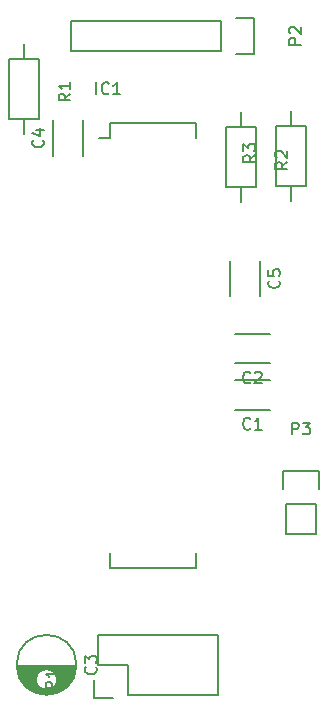
<source format=gbr>
G04 #@! TF.FileFunction,Legend,Top*
%FSLAX46Y46*%
G04 Gerber Fmt 4.6, Leading zero omitted, Abs format (unit mm)*
G04 Created by KiCad (PCBNEW 4.0.1-3.201512221401+6198~38~ubuntu15.10.1-stable) date dom 03 ene 2016 17:04:19 ART*
%MOMM*%
G01*
G04 APERTURE LIST*
%ADD10C,0.100000*%
%ADD11C,0.150000*%
G04 APERTURE END LIST*
D10*
D11*
X161018600Y-103038800D02*
X161018600Y-104308800D01*
X168368600Y-103038800D02*
X168368600Y-104308800D01*
X168368600Y-140648800D02*
X168368600Y-139378800D01*
X161018600Y-140648800D02*
X161018600Y-139378800D01*
X161018600Y-103038800D02*
X168368600Y-103038800D01*
X161018600Y-140648800D02*
X168368600Y-140648800D01*
X161018600Y-104308800D02*
X160083600Y-104308800D01*
X174595600Y-127259400D02*
X171595600Y-127259400D01*
X171595600Y-124759400D02*
X174595600Y-124759400D01*
X174595600Y-123347800D02*
X171595600Y-123347800D01*
X171595600Y-120847800D02*
X174595600Y-120847800D01*
X158175600Y-148949800D02*
X153177600Y-148949800D01*
X158167600Y-149089800D02*
X153185600Y-149089800D01*
X158151600Y-149229800D02*
X155771600Y-149229800D01*
X155581600Y-149229800D02*
X153201600Y-149229800D01*
X158127600Y-149369800D02*
X156166600Y-149369800D01*
X155186600Y-149369800D02*
X153225600Y-149369800D01*
X158094600Y-149509800D02*
X156333600Y-149509800D01*
X155019600Y-149509800D02*
X153258600Y-149509800D01*
X158053600Y-149649800D02*
X156440600Y-149649800D01*
X154912600Y-149649800D02*
X153299600Y-149649800D01*
X158003600Y-149789800D02*
X156511600Y-149789800D01*
X154841600Y-149789800D02*
X153349600Y-149789800D01*
X157942600Y-149929800D02*
X156555600Y-149929800D01*
X154797600Y-149929800D02*
X153410600Y-149929800D01*
X157872600Y-150069800D02*
X156574600Y-150069800D01*
X154778600Y-150069800D02*
X153480600Y-150069800D01*
X157790600Y-150209800D02*
X156572600Y-150209800D01*
X154780600Y-150209800D02*
X153562600Y-150209800D01*
X157695600Y-150349800D02*
X156547600Y-150349800D01*
X154805600Y-150349800D02*
X153657600Y-150349800D01*
X157584600Y-150489800D02*
X156499600Y-150489800D01*
X154853600Y-150489800D02*
X153768600Y-150489800D01*
X157456600Y-150629800D02*
X156421600Y-150629800D01*
X154931600Y-150629800D02*
X153896600Y-150629800D01*
X157307600Y-150769800D02*
X156304600Y-150769800D01*
X155048600Y-150769800D02*
X154045600Y-150769800D01*
X157128600Y-150909800D02*
X156116600Y-150909800D01*
X155236600Y-150909800D02*
X154224600Y-150909800D01*
X156909600Y-151049800D02*
X154443600Y-151049800D01*
X156620600Y-151189800D02*
X154732600Y-151189800D01*
X156148600Y-151329800D02*
X155204600Y-151329800D01*
X156576600Y-150124800D02*
G75*
G03X156576600Y-150124800I-900000J0D01*
G01*
X158214100Y-148874800D02*
G75*
G03X158214100Y-148874800I-2537500J0D01*
G01*
X156255400Y-105787000D02*
X156255400Y-102787000D01*
X158755400Y-102787000D02*
X158755400Y-105787000D01*
X173741400Y-114685000D02*
X173741400Y-117685000D01*
X171241400Y-117685000D02*
X171241400Y-114685000D01*
X162534600Y-151409400D02*
X170154600Y-151409400D01*
X170154600Y-151409400D02*
X170154600Y-146329400D01*
X170154600Y-146329400D02*
X159994600Y-146329400D01*
X159994600Y-146329400D02*
X159994600Y-148869400D01*
X159714600Y-150139400D02*
X159714600Y-151689400D01*
X159994600Y-148869400D02*
X162534600Y-148869400D01*
X162534600Y-148869400D02*
X162534600Y-151409400D01*
X159714600Y-151689400D02*
X161264600Y-151689400D01*
X170408600Y-96901000D02*
X157708600Y-96901000D01*
X157708600Y-96901000D02*
X157708600Y-94361000D01*
X157708600Y-94361000D02*
X170408600Y-94361000D01*
X173228600Y-97181000D02*
X171678600Y-97181000D01*
X170408600Y-96901000D02*
X170408600Y-94361000D01*
X171678600Y-94081000D02*
X173228600Y-94081000D01*
X173228600Y-94081000D02*
X173228600Y-97181000D01*
X178485800Y-135280400D02*
X178485800Y-137820400D01*
X178765800Y-132460400D02*
X178765800Y-134010400D01*
X178485800Y-135280400D02*
X175945800Y-135280400D01*
X175665800Y-134010400D02*
X175665800Y-132460400D01*
X175665800Y-132460400D02*
X178765800Y-132460400D01*
X175945800Y-135280400D02*
X175945800Y-137820400D01*
X175945800Y-137820400D02*
X178485800Y-137820400D01*
X155016200Y-97561400D02*
X155016200Y-102641400D01*
X155016200Y-102641400D02*
X152476200Y-102641400D01*
X152476200Y-102641400D02*
X152476200Y-97561400D01*
X152476200Y-97561400D02*
X155016200Y-97561400D01*
X153746200Y-97561400D02*
X153746200Y-96291400D01*
X153746200Y-102641400D02*
X153746200Y-103911400D01*
X173380400Y-103352600D02*
X173380400Y-108432600D01*
X173380400Y-108432600D02*
X170840400Y-108432600D01*
X170840400Y-108432600D02*
X170840400Y-103352600D01*
X170840400Y-103352600D02*
X173380400Y-103352600D01*
X172110400Y-103352600D02*
X172110400Y-102082600D01*
X172110400Y-108432600D02*
X172110400Y-109702600D01*
X175133000Y-108331000D02*
X175133000Y-103251000D01*
X175133000Y-103251000D02*
X177673000Y-103251000D01*
X177673000Y-103251000D02*
X177673000Y-108331000D01*
X177673000Y-108331000D02*
X175133000Y-108331000D01*
X176403000Y-108331000D02*
X176403000Y-109601000D01*
X176403000Y-103251000D02*
X176403000Y-101981000D01*
X159907410Y-100566181D02*
X159907410Y-99566181D01*
X160955029Y-100470943D02*
X160907410Y-100518562D01*
X160764553Y-100566181D01*
X160669315Y-100566181D01*
X160526457Y-100518562D01*
X160431219Y-100423324D01*
X160383600Y-100328086D01*
X160335981Y-100137610D01*
X160335981Y-99994752D01*
X160383600Y-99804276D01*
X160431219Y-99709038D01*
X160526457Y-99613800D01*
X160669315Y-99566181D01*
X160764553Y-99566181D01*
X160907410Y-99613800D01*
X160955029Y-99661419D01*
X161907410Y-100566181D02*
X161335981Y-100566181D01*
X161621695Y-100566181D02*
X161621695Y-99566181D01*
X161526457Y-99709038D01*
X161431219Y-99804276D01*
X161335981Y-99851895D01*
X172928934Y-128866543D02*
X172881315Y-128914162D01*
X172738458Y-128961781D01*
X172643220Y-128961781D01*
X172500362Y-128914162D01*
X172405124Y-128818924D01*
X172357505Y-128723686D01*
X172309886Y-128533210D01*
X172309886Y-128390352D01*
X172357505Y-128199876D01*
X172405124Y-128104638D01*
X172500362Y-128009400D01*
X172643220Y-127961781D01*
X172738458Y-127961781D01*
X172881315Y-128009400D01*
X172928934Y-128057019D01*
X173881315Y-128961781D02*
X173309886Y-128961781D01*
X173595600Y-128961781D02*
X173595600Y-127961781D01*
X173500362Y-128104638D01*
X173405124Y-128199876D01*
X173309886Y-128247495D01*
X172928934Y-124954943D02*
X172881315Y-125002562D01*
X172738458Y-125050181D01*
X172643220Y-125050181D01*
X172500362Y-125002562D01*
X172405124Y-124907324D01*
X172357505Y-124812086D01*
X172309886Y-124621610D01*
X172309886Y-124478752D01*
X172357505Y-124288276D01*
X172405124Y-124193038D01*
X172500362Y-124097800D01*
X172643220Y-124050181D01*
X172738458Y-124050181D01*
X172881315Y-124097800D01*
X172928934Y-124145419D01*
X173309886Y-124145419D02*
X173357505Y-124097800D01*
X173452743Y-124050181D01*
X173690839Y-124050181D01*
X173786077Y-124097800D01*
X173833696Y-124145419D01*
X173881315Y-124240657D01*
X173881315Y-124335895D01*
X173833696Y-124478752D01*
X173262267Y-125050181D01*
X173881315Y-125050181D01*
X159833743Y-149041466D02*
X159881362Y-149089085D01*
X159928981Y-149231942D01*
X159928981Y-149327180D01*
X159881362Y-149470038D01*
X159786124Y-149565276D01*
X159690886Y-149612895D01*
X159500410Y-149660514D01*
X159357552Y-149660514D01*
X159167076Y-149612895D01*
X159071838Y-149565276D01*
X158976600Y-149470038D01*
X158928981Y-149327180D01*
X158928981Y-149231942D01*
X158976600Y-149089085D01*
X159024219Y-149041466D01*
X158928981Y-148708133D02*
X158928981Y-148089085D01*
X159309933Y-148422419D01*
X159309933Y-148279561D01*
X159357552Y-148184323D01*
X159405171Y-148136704D01*
X159500410Y-148089085D01*
X159738505Y-148089085D01*
X159833743Y-148136704D01*
X159881362Y-148184323D01*
X159928981Y-148279561D01*
X159928981Y-148565276D01*
X159881362Y-148660514D01*
X159833743Y-148708133D01*
X155362543Y-104453666D02*
X155410162Y-104501285D01*
X155457781Y-104644142D01*
X155457781Y-104739380D01*
X155410162Y-104882238D01*
X155314924Y-104977476D01*
X155219686Y-105025095D01*
X155029210Y-105072714D01*
X154886352Y-105072714D01*
X154695876Y-105025095D01*
X154600638Y-104977476D01*
X154505400Y-104882238D01*
X154457781Y-104739380D01*
X154457781Y-104644142D01*
X154505400Y-104501285D01*
X154553019Y-104453666D01*
X154791114Y-103596523D02*
X155457781Y-103596523D01*
X154410162Y-103834619D02*
X155124448Y-104072714D01*
X155124448Y-103453666D01*
X175348543Y-116351666D02*
X175396162Y-116399285D01*
X175443781Y-116542142D01*
X175443781Y-116637380D01*
X175396162Y-116780238D01*
X175300924Y-116875476D01*
X175205686Y-116923095D01*
X175015210Y-116970714D01*
X174872352Y-116970714D01*
X174681876Y-116923095D01*
X174586638Y-116875476D01*
X174491400Y-116780238D01*
X174443781Y-116637380D01*
X174443781Y-116542142D01*
X174491400Y-116399285D01*
X174539019Y-116351666D01*
X174443781Y-115446904D02*
X174443781Y-115923095D01*
X174919971Y-115970714D01*
X174872352Y-115923095D01*
X174824733Y-115827857D01*
X174824733Y-115589761D01*
X174872352Y-115494523D01*
X174919971Y-115446904D01*
X175015210Y-115399285D01*
X175253305Y-115399285D01*
X175348543Y-115446904D01*
X175396162Y-115494523D01*
X175443781Y-115589761D01*
X175443781Y-115827857D01*
X175396162Y-115923095D01*
X175348543Y-115970714D01*
X156616981Y-150877495D02*
X155616981Y-150877495D01*
X155616981Y-150496542D01*
X155664600Y-150401304D01*
X155712219Y-150353685D01*
X155807457Y-150306066D01*
X155950314Y-150306066D01*
X156045552Y-150353685D01*
X156093171Y-150401304D01*
X156140790Y-150496542D01*
X156140790Y-150877495D01*
X156616981Y-149353685D02*
X156616981Y-149925114D01*
X156616981Y-149639400D02*
X155616981Y-149639400D01*
X155759838Y-149734638D01*
X155855076Y-149829876D01*
X155902695Y-149925114D01*
X177230981Y-96369095D02*
X176230981Y-96369095D01*
X176230981Y-95988142D01*
X176278600Y-95892904D01*
X176326219Y-95845285D01*
X176421457Y-95797666D01*
X176564314Y-95797666D01*
X176659552Y-95845285D01*
X176707171Y-95892904D01*
X176754790Y-95988142D01*
X176754790Y-96369095D01*
X176326219Y-95416714D02*
X176278600Y-95369095D01*
X176230981Y-95273857D01*
X176230981Y-95035761D01*
X176278600Y-94940523D01*
X176326219Y-94892904D01*
X176421457Y-94845285D01*
X176516695Y-94845285D01*
X176659552Y-94892904D01*
X177230981Y-95464333D01*
X177230981Y-94845285D01*
X176477705Y-129362781D02*
X176477705Y-128362781D01*
X176858658Y-128362781D01*
X176953896Y-128410400D01*
X177001515Y-128458019D01*
X177049134Y-128553257D01*
X177049134Y-128696114D01*
X177001515Y-128791352D01*
X176953896Y-128838971D01*
X176858658Y-128886590D01*
X176477705Y-128886590D01*
X177382467Y-128362781D02*
X178001515Y-128362781D01*
X177668181Y-128743733D01*
X177811039Y-128743733D01*
X177906277Y-128791352D01*
X177953896Y-128838971D01*
X178001515Y-128934210D01*
X178001515Y-129172305D01*
X177953896Y-129267543D01*
X177906277Y-129315162D01*
X177811039Y-129362781D01*
X177525324Y-129362781D01*
X177430086Y-129315162D01*
X177382467Y-129267543D01*
X157698701Y-100516986D02*
X157222510Y-100850320D01*
X157698701Y-101088415D02*
X156698701Y-101088415D01*
X156698701Y-100707462D01*
X156746320Y-100612224D01*
X156793939Y-100564605D01*
X156889177Y-100516986D01*
X157032034Y-100516986D01*
X157127272Y-100564605D01*
X157174891Y-100612224D01*
X157222510Y-100707462D01*
X157222510Y-101088415D01*
X157698701Y-99564605D02*
X157698701Y-100136034D01*
X157698701Y-99850320D02*
X156698701Y-99850320D01*
X156841558Y-99945558D01*
X156936796Y-100040796D01*
X156984415Y-100136034D01*
X176062901Y-106308186D02*
X175586710Y-106641520D01*
X176062901Y-106879615D02*
X175062901Y-106879615D01*
X175062901Y-106498662D01*
X175110520Y-106403424D01*
X175158139Y-106355805D01*
X175253377Y-106308186D01*
X175396234Y-106308186D01*
X175491472Y-106355805D01*
X175539091Y-106403424D01*
X175586710Y-106498662D01*
X175586710Y-106879615D01*
X175158139Y-105927234D02*
X175110520Y-105879615D01*
X175062901Y-105784377D01*
X175062901Y-105546281D01*
X175110520Y-105451043D01*
X175158139Y-105403424D01*
X175253377Y-105355805D01*
X175348615Y-105355805D01*
X175491472Y-105403424D01*
X176062901Y-105974853D01*
X176062901Y-105355805D01*
X173355261Y-105708746D02*
X172879070Y-106042080D01*
X173355261Y-106280175D02*
X172355261Y-106280175D01*
X172355261Y-105899222D01*
X172402880Y-105803984D01*
X172450499Y-105756365D01*
X172545737Y-105708746D01*
X172688594Y-105708746D01*
X172783832Y-105756365D01*
X172831451Y-105803984D01*
X172879070Y-105899222D01*
X172879070Y-106280175D01*
X172355261Y-105375413D02*
X172355261Y-104756365D01*
X172736213Y-105089699D01*
X172736213Y-104946841D01*
X172783832Y-104851603D01*
X172831451Y-104803984D01*
X172926690Y-104756365D01*
X173164785Y-104756365D01*
X173260023Y-104803984D01*
X173307642Y-104851603D01*
X173355261Y-104946841D01*
X173355261Y-105232556D01*
X173307642Y-105327794D01*
X173260023Y-105375413D01*
M02*

</source>
